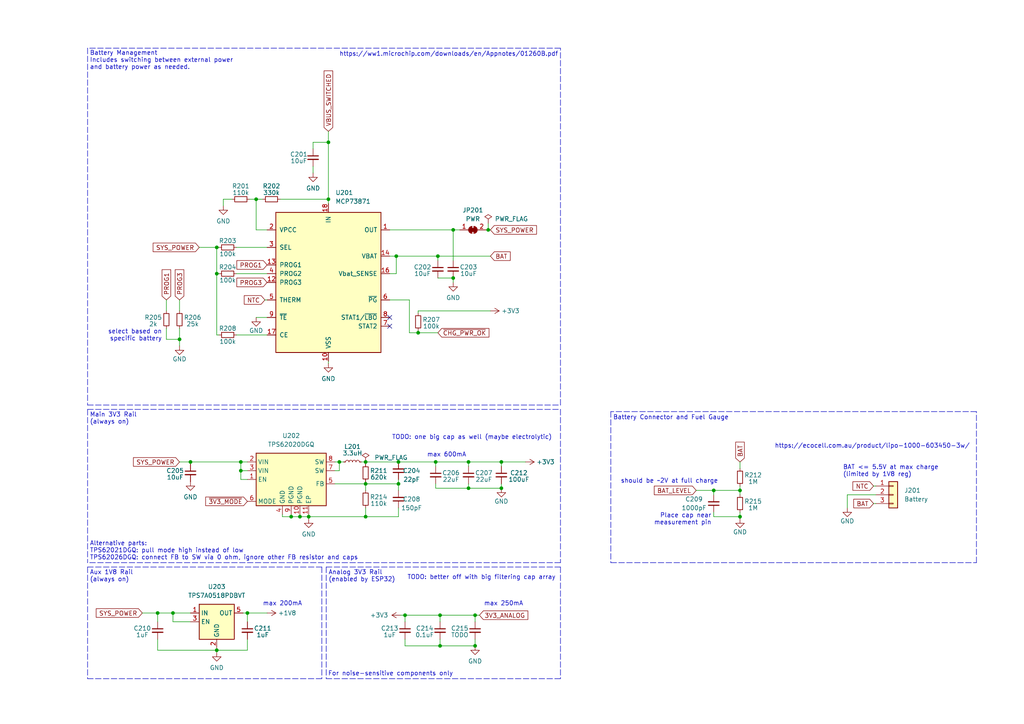
<source format=kicad_sch>
(kicad_sch (version 20211123) (generator eeschema)
  (paper "A4")
  (title_block (date "2022-09-04") (rev "1"))
  (lib_symbols
    (symbol "Battery_Management:MCP73871" (pin_names (offset 1.016))
      (property "Reference" "U" (at -7.62 24.13 0))
      (property "Value" "MCP73871" (at -15.24 21.59 0))
      (symbol "MCP73871_0_1"
        (rectangle (start -15.24 20.32) (end 15.24 -20.32) (stroke (width 0.254)) (fill (type background)))
      )
      (symbol "MCP73871_1_1"
        (pin power_out line (at 17.78 15.24 180) (length 2.54) (name "OUT") (number "1"))
        (pin power_in line (at 0 -22.86 90) (length 2.54) (name "VSS") (number "10"))
        (pin passive line (at 0 -22.86 90) (length 2.54) hide (name "VSS") (number "11"))
        (pin bidirectional line (at -17.78 0 0) (length 2.54) (name "PROG3") (number "12"))
        (pin bidirectional line (at -17.78 5.08 0) (length 2.54) (name "PROG1") (number "13"))
        (pin power_out line (at 17.78 7.62 180) (length 2.54) (name "VBAT") (number "14"))
        (pin passive line (at 17.78 7.62 180) (length 2.54) hide (name "VBAT") (number "15"))
        (pin input line (at 17.78 2.54 180) (length 2.54) (name "Vbat_SENSE") (number "16"))
        (pin input line (at -17.78 -15.24 0) (length 2.54) (name "CE") (number "17"))
        (pin power_in line (at 0 22.86 270) (length 2.54) (name "IN") (number "18"))
        (pin passive line (at 0 22.86 270) (length 2.54) hide (name "IN") (number "19"))
        (pin input line (at -17.78 15.24 0) (length 2.54) (name "VPCC") (number "2"))
        (pin passive line (at 17.78 15.24 180) (length 2.54) hide (name "OUT") (number "20"))
        (pin passive line (at 0 -22.86 90) (length 2.54) hide (name "VSS") (number "21"))
        (pin input line (at -17.78 10.16 0) (length 2.54) (name "SEL") (number "3"))
        (pin input line (at -17.78 2.54 0) (length 2.54) (name "PROG2") (number "4"))
        (pin bidirectional line (at -17.78 -5.08 0) (length 2.54) (name "THERM") (number "5"))
        (pin open_collector line (at 17.78 -5.08 180) (length 2.54) (name "~{PG}") (number "6"))
        (pin open_collector line (at 17.78 -12.7 180) (length 2.54) (name "STAT2") (number "7"))
        (pin open_collector line (at 17.78 -10.16 180) (length 2.54) (name "STAT1/~{LBO}") (number "8"))
        (pin input line (at -17.78 -10.16 0) (length 2.54) (name "~{TE}") (number "9"))
      )
    )
    (symbol "Connector_Generic:Conn_01x03" (pin_names (offset 1.016) hide)
      (property "Reference" "J" (at 0 5.08 0))
      (property "Value" "Conn_01x03" (at 0 -5.08 0))
      (symbol "Conn_01x03_1_1"
        (rectangle (start -1.27 -2.413) (end 0 -2.667) (stroke (width 0.1524)))
        (rectangle (start -1.27 0.127) (end 0 -0.127) (stroke (width 0.1524)))
        (rectangle (start -1.27 2.667) (end 0 2.413) (stroke (width 0.1524)))
        (rectangle (start -1.27 3.81) (end 1.27 -3.81) (stroke (width 0.254)) (fill (type background)))
        (pin passive line (at -5.08 2.54 0) (length 3.81) (name "Pin_1") (number "1"))
        (pin passive line (at -5.08 0 0) (length 3.81) (name "Pin_2") (number "2"))
        (pin passive line (at -5.08 -2.54 0) (length 3.81) (name "Pin_3") (number "3"))
      )
    )
    (symbol "Device:C_Small" (pin_numbers hide) (pin_names (offset 0.254) hide)
      (property "Reference" "C" (at 0.254 1.778 0))
      (property "Value" "C_Small" (at 0.254 -2.032 0))
      (symbol "C_Small_0_1"
        (polyline (pts (xy -1.524 -0.508) (xy 1.524 -0.508)) (stroke (width 0.3302)))
        (polyline (pts (xy -1.524 0.508) (xy 1.524 0.508)) (stroke (width 0.3048)))
      )
      (symbol "C_Small_1_1"
        (pin passive line (at 0 2.54 270) (length 2.032) (name "~") (number "1"))
        (pin passive line (at 0 -2.54 90) (length 2.032) (name "~") (number "2"))
      )
    )
    (symbol "Device:L_Small" (pin_numbers hide) (pin_names (offset 0.254) hide)
      (property "Reference" "L" (at 0.762 1.016 0))
      (property "Value" "L_Small" (at 0.762 -1.016 0))
      (symbol "L_Small_0_1"
        (arc (start 0 -2.032) (mid 0.508 -1.524) (end 0 -1.016))
        (arc (start 0 -1.016) (mid 0.508 -0.508) (end 0 0))
        (arc (start 0 0) (mid 0.508 0.508) (end 0 1.016))
        (arc (start 0 1.016) (mid 0.508 1.524) (end 0 2.032))
      )
      (symbol "L_Small_1_1"
        (pin passive line (at 0 2.54 270) (length 0.508) (name "~") (number "1"))
        (pin passive line (at 0 -2.54 90) (length 0.508) (name "~") (number "2"))
      )
    )
    (symbol "Device:R_Small" (pin_numbers hide) (pin_names (offset 0.254) hide)
      (property "Reference" "R" (at 0.762 0.508 0))
      (property "Value" "R_Small" (at 0.762 -1.016 0))
      (symbol "R_Small_0_1"
        (rectangle (start -0.762 1.778) (end 0.762 -1.778) (stroke (width 0.2032)))
      )
      (symbol "R_Small_1_1"
        (pin passive line (at 0 2.54 270) (length 0.762) (name "~") (number "1"))
        (pin passive line (at 0 -2.54 90) (length 0.762) (name "~") (number "2"))
      )
    )
    (symbol "Jumper:SolderJumper_2_Bridged" (pin_names (offset 0) hide)
      (property "Reference" "JP" (at 0 2.032 0))
      (property "Value" "SolderJumper_2_Bridged" (at 0 -2.54 0))
      (symbol "SolderJumper_2_Bridged_0_1"
        (rectangle (start -0.508 0.508) (end 0.508 -0.508) (fill (type outline)))
        (arc (start -0.254 1.016) (mid -1.27 0) (end -0.254 -1.016))
        (arc (start -0.254 1.016) (mid -1.27 0) (end -0.254 -1.016) (fill (type outline)))
        (polyline (pts (xy -0.254 1.016) (xy -0.254 -1.016)))
        (polyline (pts (xy 0.254 1.016) (xy 0.254 -1.016)))
        (arc (start 0.254 -1.016) (mid 1.27 0) (end 0.254 1.016))
        (arc (start 0.254 -1.016) (mid 1.27 0) (end 0.254 1.016) (fill (type outline)))
      )
      (symbol "SolderJumper_2_Bridged_1_1"
        (pin passive line (at -3.81 0 0) (length 2.54) (name "A") (number "1"))
        (pin passive line (at 3.81 0 180) (length 2.54) (name "B") (number "2"))
      )
    )
    (symbol "Regulator_Linear:TPS7A0518PDBV"
      (property "Reference" "U" (at -3.81 6.35 0))
      (property "Value" "TPS7A0518PDBV" (at 6.35 6.35 0))
      (symbol "TPS7A0518PDBV_0_1"
        (rectangle (start -5.08 -5.08) (end 5.08 5.08) (stroke (width 0.254)) (fill (type background)))
        (pin power_in line (at -7.62 2.54 0) (length 2.54) (name "IN") (number "1"))
        (pin power_in line (at 0 -7.62 90) (length 2.54) (name "GND") (number "2"))
        (pin input line (at -7.62 0 0) (length 2.54) (name "EN") (number "3"))
        (pin no_connect line (at 5.08 0 180) (length 2.54) hide (name "NC") (number "4"))
        (pin power_out line (at 7.62 2.54 180) (length 2.54) (name "OUT") (number "5"))
      )
    )
    (symbol "power:+1V8" (power) (pin_names (offset 0))
      (property "Value" "+1V8" (at 0 3.556 0))
      (symbol "+1V8_0_1"
        (polyline (pts (xy -0.762 1.27) (xy 0 2.54)))
        (polyline (pts (xy 0 0) (xy 0 2.54)))
        (polyline (pts (xy 0 2.54) (xy 0.762 1.27)))
      )
      (symbol "+1V8_1_1"
        (pin power_in line (at 0 0 90) (length 0) hide (name "+1V8") (number "1"))
      )
    )
    (symbol "power:+3V3" (power) (pin_names (offset 0))
      (property "Value" "+3V3" (at 0 3.556 0))
      (symbol "+3V3_0_1"
        (polyline (pts (xy -0.762 1.27) (xy 0 2.54)))
        (polyline (pts (xy 0 0) (xy 0 2.54)))
        (polyline (pts (xy 0 2.54) (xy 0.762 1.27)))
      )
      (symbol "+3V3_1_1"
        (pin power_in line (at 0 0 90) (length 0) hide (name "+3V3") (number "1"))
      )
    )
    (symbol "power:GND" (power) (pin_names (offset 0))
      (property "Value" "GND" (at 0 -3.81 0))
      (symbol "GND_0_1"
        (polyline (pts (xy 0 0) (xy 0 -1.27) (xy 1.27 -1.27) (xy 0 -2.54) (xy -1.27 -1.27) (xy 0 -1.27)))
      )
      (symbol "GND_1_1"
        (pin power_in line (at 0 0 270) (length 0) hide (name "GND") (number "1"))
      )
    )
    (symbol "power:PWR_FLAG" (power) (pin_numbers hide) (pin_names (offset 0) hide)
      (property "Value" "PWR_FLAG" (at 0 3.81 0))
      (symbol "PWR_FLAG_0_0"
        (pin power_out line (at 0 0 90) (length 0) (name "pwr") (number "1"))
      )
      (symbol "PWR_FLAG_0_1"
        (polyline (pts (xy 0 0) (xy 0 1.27) (xy -1.016 1.905) (xy 0 2.54) (xy 1.016 1.905) (xy 0 1.27)))
      )
    )
    (symbol "symbols:TPS62026"
      (property "Reference" "U" (at 0 3.81 0))
      (property "Value" "TPS62026" (at 0 6.35 0))
      (symbol "TPS62026_0_0"
        (pin power_in line (at 2.54 -10.16 90) (length 2.54) (name "PGND") (number "10"))
        (pin power_in line (at 5.08 -10.16 90) (length 2.54) (name "EP") (number "11"))
      )
      (symbol "TPS62026_1_1"
        (rectangle (start -10.16 7.62) (end 10.16 -7.62) (stroke (width 0.254)) (fill (type background)))
        (pin input line (at -12.7 0 0) (length 2.54) (name "EN") (number "1"))
        (pin power_in line (at -12.7 5.08 0) (length 2.54) (name "VIN") (number "2"))
        (pin input line (at -12.7 2.54 0) (length 2.54) (name "VIN") (number "3"))
        (pin input line (at -2.54 -10.16 90) (length 2.54) (name "GND") (number "4"))
        (pin open_collector line (at 12.7 -1.27 180) (length 2.54) (name "FB") (number "5"))
        (pin open_collector line (at -12.7 -6.35 0) (length 2.54) (name "MODE") (number "6"))
        (pin power_out line (at 12.7 2.54 180) (length 2.54) (name "SW") (number "7"))
        (pin power_in line (at 12.7 5.08 180) (length 2.54) (name "SW") (number "8"))
        (pin power_in line (at 0 -10.16 90) (length 2.54) (name "PGND") (number "9"))
      )
    )
  )
  (junction (at 106.045 149.86))
  (junction (at 214.63 142.24))
  (junction (at 135.89 141.605))
  (junction (at 89.535 149.86))
  (junction (at 84.455 149.86))
  (junction (at 145.415 133.985))
  (junction (at 145.415 141.605))
  (junction (at 114.935 74.295))
  (junction (at 121.285 96.52))
  (junction (at 135.89 133.985))
  (junction (at 50.165 177.8))
  (junction (at 106.045 140.335))
  (junction (at 98.425 133.985))
  (junction (at 69.85 133.985))
  (junction (at 115.57 140.335))
  (junction (at 214.63 149.86))
  (junction (at 69.85 136.525))
  (junction (at 207.01 142.24))
  (junction (at 126.365 133.985))
  (junction (at 62.865 79.375))
  (junction (at 55.245 133.985))
  (junction (at 141.605 66.675))
  (junction (at 127 74.295))
  (junction (at 95.25 41.275))
  (junction (at 137.795 178.435))
  (junction (at 86.995 149.86))
  (junction (at 95.25 57.785))
  (junction (at 127.635 187.325))
  (junction (at 127.635 178.435))
  (junction (at 117.475 178.435))
  (junction (at 62.865 71.755))
  (junction (at 45.72 177.8))
  (junction (at 74.295 57.785))
  (junction (at 115.57 133.985))
  (junction (at 62.865 188.595))
  (junction (at 131.445 66.675))
  (junction (at 137.795 187.325))
  (junction (at 71.755 177.8))
  (junction (at 131.445 80.645))
  (junction (at 106.045 133.985))
  (junction (at 52.07 98.425))
  (no_connect (at 113.03 92.075))
  (no_connect (at 113.03 94.615))
  (polyline (pts (xy 162.56 13.97) (xy 25.4 13.97)))
  (wire (pts (xy 126.365 135.255) (xy 126.365 133.985)))
  (wire (pts (xy 115.57 147.32) (xy 115.57 149.86)))
  (wire (pts (xy 207.01 143.51) (xy 207.01 142.24)))
  (wire (pts (xy 131.445 75.565) (xy 131.445 66.675)))
  (polyline (pts (xy 25.4 164.465) (xy 25.4 196.85)))
  (wire (pts (xy 140.97 66.675) (xy 141.605 66.675)))
  (wire (pts (xy 67.31 57.785) (xy 64.77 57.785)))
  (wire (pts (xy 126.365 133.985) (xy 135.89 133.985)))
  (wire (pts (xy 55.245 180.34) (xy 50.165 180.34)))
  (polyline (pts (xy 25.4 118.745) (xy 25.4 163.195)))
  (wire (pts (xy 135.89 140.335) (xy 135.89 141.605)))
  (wire (pts (xy 55.245 133.985) (xy 69.85 133.985)))
  (wire (pts (xy 81.28 57.785) (xy 95.25 57.785)))
  (polyline (pts (xy 162.56 118.745) (xy 162.56 163.195)))
  (wire (pts (xy 86.995 149.86) (xy 89.535 149.86)))
  (wire (pts (xy 201.93 142.24) (xy 207.01 142.24)))
  (wire (pts (xy 118.745 96.52) (xy 121.285 96.52)))
  (wire (pts (xy 214.63 133.985) (xy 214.63 135.89)))
  (wire (pts (xy 74.295 66.675) (xy 74.295 57.785)))
  (wire (pts (xy 117.475 178.435) (xy 127.635 178.435)))
  (wire (pts (xy 106.045 149.86) (xy 89.535 149.86)))
  (wire (pts (xy 137.795 178.435) (xy 139.065 178.435)))
  (wire (pts (xy 52.07 98.425) (xy 52.07 100.33)))
  (wire (pts (xy 62.865 71.755) (xy 63.5 71.755)))
  (wire (pts (xy 62.865 97.155) (xy 62.865 79.375)))
  (wire (pts (xy 77.47 66.675) (xy 74.295 66.675)))
  (wire (pts (xy 127.635 185.42) (xy 127.635 187.325)))
  (wire (pts (xy 77.47 177.8) (xy 71.755 177.8)))
  (wire (pts (xy 71.755 139.065) (xy 69.85 139.065)))
  (wire (pts (xy 117.475 187.325) (xy 127.635 187.325)))
  (polyline (pts (xy 94.615 164.465) (xy 162.56 164.465)))
  (wire (pts (xy 135.89 133.985) (xy 145.415 133.985)))
  (wire (pts (xy 52.07 95.25) (xy 52.07 98.425)))
  (wire (pts (xy 69.85 133.985) (xy 71.755 133.985)))
  (wire (pts (xy 253.365 140.97) (xy 254 140.97)))
  (wire (pts (xy 254 143.51) (xy 245.745 143.51)))
  (wire (pts (xy 71.755 185.42) (xy 71.755 188.595)))
  (wire (pts (xy 62.865 189.23) (xy 62.865 188.595)))
  (wire (pts (xy 106.045 133.985) (xy 115.57 133.985)))
  (wire (pts (xy 114.935 74.295) (xy 127 74.295)))
  (wire (pts (xy 55.245 133.985) (xy 55.245 134.62)))
  (wire (pts (xy 77.47 97.155) (xy 68.58 97.155)))
  (wire (pts (xy 115.57 139.065) (xy 115.57 140.335)))
  (wire (pts (xy 214.63 150.495) (xy 214.63 149.86)))
  (wire (pts (xy 74.295 92.075) (xy 77.47 92.075)))
  (wire (pts (xy 214.63 149.86) (xy 214.63 148.59)))
  (wire (pts (xy 135.89 133.985) (xy 135.89 135.255)))
  (wire (pts (xy 141.605 64.77) (xy 141.605 66.675)))
  (polyline (pts (xy 25.4 117.475) (xy 162.56 117.475)))
  (polyline (pts (xy 94.615 164.465) (xy 94.615 196.85)))
  (wire (pts (xy 106.045 134.62) (xy 106.045 133.985)))
  (wire (pts (xy 95.25 105.41) (xy 95.25 104.775)))
  (wire (pts (xy 127 74.295) (xy 127 75.565)))
  (polyline (pts (xy 283.21 163.195) (xy 283.21 119.38)))
  (wire (pts (xy 57.785 71.755) (xy 62.865 71.755)))
  (polyline (pts (xy 177.165 163.195) (xy 283.21 163.195)))
  (wire (pts (xy 115.57 140.335) (xy 106.045 140.335)))
  (polyline (pts (xy 25.4 13.97) (xy 25.4 117.475)))
  (wire (pts (xy 81.915 149.86) (xy 84.455 149.86)))
  (wire (pts (xy 117.475 180.34) (xy 117.475 178.435)))
  (wire (pts (xy 76.835 86.995) (xy 77.47 86.995)))
  (wire (pts (xy 86.995 149.225) (xy 86.995 149.86)))
  (wire (pts (xy 131.445 66.675) (xy 133.35 66.675)))
  (wire (pts (xy 89.535 149.86) (xy 89.535 150.495)))
  (wire (pts (xy 50.165 177.8) (xy 55.245 177.8)))
  (wire (pts (xy 69.85 136.525) (xy 69.85 139.065)))
  (wire (pts (xy 50.165 180.34) (xy 50.165 177.8)))
  (wire (pts (xy 121.285 96.52) (xy 127 96.52)))
  (polyline (pts (xy 93.345 164.465) (xy 93.345 196.85)))
  (wire (pts (xy 131.445 81.915) (xy 131.445 80.645)))
  (wire (pts (xy 116.205 178.435) (xy 117.475 178.435)))
  (wire (pts (xy 64.77 57.785) (xy 64.77 59.69)))
  (wire (pts (xy 95.25 41.275) (xy 95.25 57.785)))
  (wire (pts (xy 106.045 147.32) (xy 106.045 149.86)))
  (wire (pts (xy 113.03 86.995) (xy 118.745 86.995)))
  (wire (pts (xy 98.425 133.985) (xy 97.155 133.985)))
  (wire (pts (xy 71.755 188.595) (xy 62.865 188.595)))
  (wire (pts (xy 90.805 43.18) (xy 90.805 41.275)))
  (wire (pts (xy 98.425 136.525) (xy 98.425 133.985)))
  (wire (pts (xy 114.935 79.375) (xy 114.935 74.295)))
  (wire (pts (xy 118.745 86.995) (xy 118.745 96.52)))
  (polyline (pts (xy 162.56 163.195) (xy 25.4 163.195)))
  (wire (pts (xy 52.07 86.995) (xy 52.07 90.17)))
  (wire (pts (xy 245.745 143.51) (xy 245.745 147.32)))
  (wire (pts (xy 126.365 141.605) (xy 126.365 140.335)))
  (wire (pts (xy 68.58 79.375) (xy 77.47 79.375)))
  (wire (pts (xy 41.275 177.8) (xy 45.72 177.8)))
  (wire (pts (xy 126.365 141.605) (xy 135.89 141.605)))
  (polyline (pts (xy 177.165 119.38) (xy 177.165 163.195)))
  (wire (pts (xy 45.72 177.8) (xy 50.165 177.8)))
  (wire (pts (xy 207.01 149.86) (xy 214.63 149.86)))
  (wire (pts (xy 99.695 133.985) (xy 98.425 133.985)))
  (polyline (pts (xy 162.56 164.465) (xy 162.56 196.85)))
  (wire (pts (xy 95.25 57.785) (xy 95.25 59.055)))
  (wire (pts (xy 84.455 149.86) (xy 86.995 149.86)))
  (wire (pts (xy 214.63 142.24) (xy 214.63 140.97)))
  (wire (pts (xy 127.635 178.435) (xy 127.635 180.34)))
  (wire (pts (xy 71.755 136.525) (xy 69.85 136.525)))
  (wire (pts (xy 45.72 180.34) (xy 45.72 177.8)))
  (wire (pts (xy 145.415 133.985) (xy 152.4 133.985)))
  (wire (pts (xy 127.635 178.435) (xy 137.795 178.435)))
  (wire (pts (xy 45.72 185.42) (xy 45.72 188.595)))
  (wire (pts (xy 113.03 79.375) (xy 114.935 79.375)))
  (wire (pts (xy 48.26 95.25) (xy 48.26 98.425)))
  (wire (pts (xy 90.805 41.275) (xy 95.25 41.275)))
  (wire (pts (xy 74.295 57.785) (xy 76.2 57.785)))
  (wire (pts (xy 214.63 143.51) (xy 214.63 142.24)))
  (polyline (pts (xy 162.56 196.85) (xy 94.615 196.85)))
  (polyline (pts (xy 162.56 117.475) (xy 162.56 13.97)))
  (wire (pts (xy 90.805 48.26) (xy 90.805 50.165)))
  (polyline (pts (xy 283.21 119.38) (xy 177.165 119.38)))
  (wire (pts (xy 127.635 187.325) (xy 137.795 187.325)))
  (wire (pts (xy 71.755 180.34) (xy 71.755 177.8)))
  (wire (pts (xy 127 74.295) (xy 142.24 74.295)))
  (wire (pts (xy 89.535 149.225) (xy 89.535 149.86)))
  (wire (pts (xy 84.455 149.225) (xy 84.455 149.86)))
  (polyline (pts (xy 93.345 196.85) (xy 25.4 196.85)))
  (wire (pts (xy 97.155 140.335) (xy 106.045 140.335)))
  (wire (pts (xy 115.57 133.985) (xy 126.365 133.985)))
  (wire (pts (xy 106.045 140.335) (xy 106.045 142.24)))
  (wire (pts (xy 253.365 146.05) (xy 254 146.05)))
  (wire (pts (xy 81.915 149.225) (xy 81.915 149.86)))
  (wire (pts (xy 63.5 79.375) (xy 62.865 79.375)))
  (wire (pts (xy 115.57 140.335) (xy 115.57 142.24)))
  (wire (pts (xy 113.03 66.675) (xy 131.445 66.675)))
  (wire (pts (xy 48.26 98.425) (xy 52.07 98.425)))
  (wire (pts (xy 106.045 133.985) (xy 104.775 133.985)))
  (wire (pts (xy 45.72 188.595) (xy 62.865 188.595)))
  (polyline (pts (xy 25.4 164.465) (xy 93.345 164.465)))
  (wire (pts (xy 106.045 140.335) (xy 106.045 139.7)))
  (wire (pts (xy 69.85 136.525) (xy 69.85 133.985)))
  (wire (pts (xy 145.415 140.335) (xy 145.415 141.605)))
  (wire (pts (xy 63.5 97.155) (xy 62.865 97.155)))
  (wire (pts (xy 137.795 178.435) (xy 137.795 180.34)))
  (wire (pts (xy 115.57 149.86) (xy 106.045 149.86)))
  (wire (pts (xy 121.285 90.17) (xy 142.24 90.17)))
  (wire (pts (xy 121.285 95.885) (xy 121.285 96.52)))
  (wire (pts (xy 127 80.645) (xy 131.445 80.645)))
  (wire (pts (xy 62.865 188.595) (xy 62.865 187.96)))
  (wire (pts (xy 141.605 66.675) (xy 142.24 66.675)))
  (wire (pts (xy 97.155 136.525) (xy 98.425 136.525)))
  (wire (pts (xy 68.58 71.755) (xy 77.47 71.755)))
  (wire (pts (xy 95.25 38.1) (xy 95.25 41.275)))
  (wire (pts (xy 207.01 148.59) (xy 207.01 149.86)))
  (polyline (pts (xy 25.4 118.745) (xy 162.56 118.745)))
  (wire (pts (xy 48.26 86.995) (xy 48.26 90.17)))
  (wire (pts (xy 72.39 57.785) (xy 74.295 57.785)))
  (wire (pts (xy 117.475 185.42) (xy 117.475 187.325)))
  (wire (pts (xy 145.415 133.985) (xy 145.415 135.255)))
  (wire (pts (xy 207.01 142.24) (xy 214.63 142.24)))
  (wire (pts (xy 135.89 141.605) (xy 145.415 141.605)))
  (wire (pts (xy 62.865 71.755) (xy 62.865 79.375)))
  (wire (pts (xy 137.795 185.42) (xy 137.795 187.325)))
  (wire (pts (xy 71.755 177.8) (xy 70.485 177.8)))
  (wire (pts (xy 113.03 74.295) (xy 114.935 74.295)))
  (wire (pts (xy 121.285 90.17) (xy 121.285 90.805)))
  (wire (pts (xy 52.07 133.985) (xy 55.245 133.985)))
  (text "Place cap near\nmeasurement pin" (at 206.375 152.4 180) (effects (font (size 1.27 1.27)) (justify right bottom)))
  (text "TODO: one big cap as well (maybe electrolytic)" (at 113.665 127.635 0) (effects (font (size 1.27 1.27)) (justify left bottom)))
  (text "https://ecocell.com.au/product/lipo-1000-603450-3w/" (at 281.305 130.175 0) (effects (font (size 1.27 1.27)) (justify right bottom)))
  (text "Aux 1V8 Rail\n(always on)" (at 26.035 168.91 0) (effects (font (size 1.27 1.27)) (justify left bottom)))
  (text "max 600mA" (at 123.825 132.715 0) (effects (font (size 1.27 1.27)) (justify left bottom)))
  (text "https://ww1.microchip.com/downloads/en/Appnotes/01260B.pdf" (at 161.925 16.51 0) (effects (font (size 1.27 1.27)) (justify right bottom)))
  (text "TODO: better off with big filtering cap array" (at 118.11 168.275 0) (effects (font (size 1.27 1.27)) (justify left bottom)))
  (text "Battery Connector and Fuel Gauge" (at 177.8 121.92 0) (effects (font (size 1.27 1.27)) (justify left bottom)))
  (text "Main 3V3 Rail\n(always on)" (at 26.035 123.19 0) (effects (font (size 1.27 1.27)) (justify left bottom)))
  (text "max 250mA" (at 140.335 175.895 0) (effects (font (size 1.27 1.27)) (justify left bottom)))
  (text "should be ~2V at full charge" (at 208.28 140.335 180) (effects (font (size 1.27 1.27)) (justify right bottom)))
  (text "Battery Management\nIncludes switching between external power\nand battery power as needed." (at 26.035 20.32 0) (effects (font (size 1.27 1.27)) (justify left bottom)))
  (text "max 200mA" (at 76.2 175.895 0) (effects (font (size 1.27 1.27)) (justify left bottom)))
  (text "For noise-sensitive components only" (at 131.445 196.215 180) (effects (font (size 1.27 1.27)) (justify right bottom)))
  (text "select based on\nspecific battery" (at 46.99 99.06 180) (effects (font (size 1.27 1.27)) (justify right bottom)))
  (text "Analog 3V3 Rail\n(enabled by ESP32)" (at 95.25 168.91 0) (effects (font (size 1.27 1.27)) (justify left bottom)))
  (text "Alternative parts:\nTPS62021DGQ: pull mode high instead of low\nTPS62026DGQ: connect FB to SW via 0 ohm, ignore other FB resistor and caps" (at 26.035 162.56 0) (effects (font (size 1.27 1.27)) (justify left bottom)))
  (text "BAT <= 5.5V at max charge\n(limited by 1V8 reg)" (at 244.475 138.43 0) (effects (font (size 1.27 1.27)) (justify left bottom)))
  (global_label "~{3V3_MODE}" (shape input) (at 71.755 145.415 180) (property "Intersheet References" "${INTERSHEET_REFS}" (effects hide)))
  (global_label "~{CHG_PWR_OK}" (shape input) (at 127 96.52 0) (property "Intersheet References" "${INTERSHEET_REFS}" (effects hide)))
  (global_label "BAT" (shape input) (at 253.365 146.05 180) (property "Intersheet References" "${INTERSHEET_REFS}" (effects hide)))
  (global_label "PROG3" (shape input) (at 52.07 86.995 90) (property "Intersheet References" "${INTERSHEET_REFS}" (effects hide)))
  (global_label "SYS_POWER" (shape input) (at 142.24 66.675 0) (property "Intersheet References" "${INTERSHEET_REFS}" (effects hide)))
  (global_label "PROG3" (shape input) (at 77.47 81.915 180) (property "Intersheet References" "${INTERSHEET_REFS}" (effects hide)))
  (global_label "PROG1" (shape input) (at 48.26 86.995 90) (property "Intersheet References" "${INTERSHEET_REFS}" (effects hide)))
  (global_label "SYS_POWER" (shape input) (at 52.07 133.985 180) (property "Intersheet References" "${INTERSHEET_REFS}" (effects hide)))
  (global_label "NTC" (shape input) (at 76.835 86.995 180) (property "Intersheet References" "${INTERSHEET_REFS}" (effects hide)))
  (global_label "BAT" (shape input) (at 214.63 133.985 90) (property "Intersheet References" "${INTERSHEET_REFS}" (effects hide)))
  (global_label "3V3_ANALOG" (shape input) (at 139.065 178.435 0) (property "Intersheet References" "${INTERSHEET_REFS}" (effects hide)))
  (global_label "VBUS_SWITCHED" (shape input) (at 95.25 38.1 90) (property "Intersheet References" "${INTERSHEET_REFS}" (effects hide)))
  (global_label "SYS_POWER" (shape input) (at 41.275 177.8 180) (property "Intersheet References" "${INTERSHEET_REFS}" (effects hide)))
  (global_label "SYS_POWER" (shape input) (at 57.785 71.755 180) (property "Intersheet References" "${INTERSHEET_REFS}" (effects hide)))
  (global_label "BAT" (shape input) (at 142.24 74.295 0) (property "Intersheet References" "${INTERSHEET_REFS}" (effects hide)))
  (global_label "PROG1" (shape input) (at 77.47 76.835 180) (property "Intersheet References" "${INTERSHEET_REFS}" (effects hide)))
  (global_label "BAT_LEVEL" (shape input) (at 201.93 142.24 180) (property "Intersheet References" "${INTERSHEET_REFS}" (effects hide)))
  (global_label "NTC" (shape input) (at 253.365 140.97 180) (property "Intersheet References" "${INTERSHEET_REFS}" (effects hide)))
  (symbol (lib_id "Device:R_Small") (at 66.04 71.755 90) (unit 1)
    (property "Reference" "R203" (at 66.04 69.85 90))
    (property "Value" "100k" (at 66.04 73.66 90))
    (property "Footprint" "Resistor_SMD:R_0603_1608Metric" (effects hide))
    (property "PN" "RC0603JR-10100KL" (effects hide))
  )
  (symbol (lib_id "Device:C_Small") (at 45.72 182.88 0) (unit 1)
    (property "Reference" "C210" (at 41.275 182.245 0))
    (property "Value" "1uF" (at 41.275 184.15 0))
    (property "Footprint" "Capacitor_SMD:C_0805_2012Metric" (effects hide))
    (property "PN" "EMK212BJ105KG-T" (effects hide))
  )
  (symbol (lib_id "Device:R_Small") (at 214.63 146.05 0) (unit 1)
    (property "Reference" "R215" (at 218.44 145.415 0))
    (property "Value" "1M" (at 218.44 147.32 0))
    (property "Footprint" "Resistor_SMD:R_0603_1608Metric" (effects hide))
    (property "PN" "AC0603FR-131ML" (effects hide))
  )
  (symbol (lib_id "Device:C_Small") (at 126.365 137.795 0) (unit 1)
    (property "Reference" "C206" (at 130.81 137.16 0))
    (property "Value" "22uF" (at 130.81 139.065 0))
    (property "Footprint" "Capacitor_SMD:C_1206_3216Metric" (effects hide))
    (property "PN" "CL31A226MOCLNNC" (effects hide))
  )
  (symbol (lib_id "power:+3V3") (at 152.4 133.985 270) (unit 1)
    (property "Reference" "#PWR0207" (effects hide))
    (property "Value" "+3V3" (at 155.575 133.9849 90) (effects (justify left)))
  )
  (symbol (lib_id "Regulator_Linear:TPS7A0518PDBV") (at 62.865 180.34 0) (unit 1)
    (property "Reference" "U203" (at 62.865 170.18 0))
    (property "Value" "TPS7A0518PDBVT" (at 62.865 172.72 0))
    (property "Footprint" "Package_TO_SOT_SMD:SOT-23-5" (effects hide))
    (property "Datasheet" "https://www.ti.com/lit/ds/symlink/tps7a05.pdf" (effects hide))
    (property "PN" "TPS7A0518PDBVT" (effects hide))
  )
  (symbol (lib_id "Device:C_Small") (at 55.245 137.16 0) (unit 1)
    (property "Reference" "C205" (at 50.8 136.525 0))
    (property "Value" "10uF" (at 50.8 138.43 0))
    (property "Footprint" "Capacitor_SMD:C_0805_2012Metric" (effects hide))
    (property "PN" "EMK212ABJ106KG-T" (effects hide))
  )
  (symbol (lib_id "Device:R_Small") (at 66.04 97.155 90) (unit 1)
    (property "Reference" "R208" (at 66.04 95.25 90))
    (property "Value" "100k" (at 66.04 99.06 90))
    (property "Footprint" "Resistor_SMD:R_0603_1608Metric" (effects hide))
    (property "PN" "RC0603JR-10100KL" (effects hide))
  )
  (symbol (lib_id "Device:C_Small") (at 137.795 182.88 0) (unit 1)
    (property "Reference" "C215" (at 133.35 182.245 0))
    (property "Value" "TODO" (at 133.35 184.15 0))
    (property "Footprint" "Capacitor_SMD:C_0805_2012Metric" (effects hide))
  )
  (symbol (lib_id "Device:C_Small") (at 71.755 182.88 0) (mirror y) (unit 1)
    (property "Reference" "C211" (at 76.2 182.245 0))
    (property "Value" "1uF" (at 76.2 184.15 0))
    (property "Footprint" "Capacitor_SMD:C_0805_2012Metric" (effects hide))
    (property "PN" "EMK212BJ105KG-T" (effects hide))
  )
  (symbol (lib_id "power:GND") (at 62.865 189.23 0) (unit 1)
    (property "Reference" "#PWR0216" (effects hide))
    (property "Value" "GND" (at 62.865 193.675 0))
  )
  (symbol (lib_id "Device:R_Small") (at 121.285 93.345 0) (unit 1)
    (property "Reference" "R207" (at 125.095 92.71 0))
    (property "Value" "100k" (at 125.095 94.615 0))
    (property "Footprint" "Resistor_SMD:R_0603_1608Metric" (effects hide))
    (property "PN" "RC0603JR-10100KL" (effects hide))
  )
  (symbol (lib_id "power:PWR_FLAG") (at 106.045 133.985 0) (unit 1)
    (property "Reference" "#FLG0102" (effects hide))
    (property "Value" "PWR_FLAG" (at 108.585 132.7149 0) (effects (justify left)))
  )
  (symbol (lib_id "power:GND") (at 89.535 150.495 0) (unit 1)
    (property "Reference" "#PWR0212" (effects hide))
    (property "Value" "GND" (at 89.535 154.94 0))
  )
  (symbol (lib_id "power:GND") (at 245.745 147.32 0) (unit 1)
    (property "Reference" "#PWR0211" (effects hide))
    (property "Value" "GND" (at 245.745 151.13 0))
  )
  (symbol (lib_id "Device:C_Small") (at 127 78.105 0) (unit 1)
    (property "Reference" "C202" (at 122.555 77.47 0))
    (property "Value" "10uF" (at 122.555 79.375 0))
    (property "Footprint" "Capacitor_SMD:C_0805_2012Metric" (effects hide))
    (property "PN" "EMK212ABJ106KG-T" (effects hide))
  )
  (symbol (lib_id "Battery_Management:MCP73871") (at 95.25 81.915 0) (unit 1)
    (property "Reference" "U201" (at 97.2694 55.88 0) (effects (justify left)))
    (property "Value" "MCP73871" (at 97.2694 58.42 0) (effects (justify left)))
    (property "Footprint" "Package_DFN_QFN:QFN-20-1EP_4x4mm_P0.5mm_EP2.5x2.5mm" (effects hide))
    (property "Datasheet" "http://www.mouser.com/ds/2/268/22090a-52174.pdf" (effects hide))
    (property "PN" "MCP73871" (effects hide))
  )
  (symbol (lib_id "power:GND") (at 74.295 92.075 0) (unit 1)
    (property "Reference" "#PWR0204" (effects hide))
    (property "Value" "GND" (at 74.295 95.885 0))
  )
  (symbol (lib_id "Device:R_Small") (at 214.63 138.43 0) (unit 1)
    (property "Reference" "R212" (at 218.44 137.795 0))
    (property "Value" "1M" (at 218.44 139.7 0))
    (property "Footprint" "Resistor_SMD:R_0603_1608Metric" (effects hide))
    (property "PN" "AC0603FR-131ML" (effects hide))
  )
  (symbol (lib_id "Device:C_Small") (at 207.01 146.05 180) (unit 1)
    (property "Reference" "C209" (at 201.295 144.78 0))
    (property "Value" "1000pF" (at 201.295 147.32 0))
    (property "Footprint" "Capacitor_SMD:C_0805_2012Metric" (effects hide))
    (property "PN" "0805YD102KAT2A" (effects hide))
  )
  (symbol (lib_id "Device:C_Small") (at 115.57 136.525 180) (unit 1)
    (property "Reference" "C204" (at 119.38 136.525 0))
    (property "Value" "22pF" (at 119.38 139.065 0))
    (property "Footprint" "Capacitor_SMD:C_0805_2012Metric" (effects hide))
    (property "PN" "C0805C220J4HACTU" (effects hide))
  )
  (symbol (lib_id "Device:R_Small") (at 48.26 92.71 0) (mirror y) (unit 1)
    (property "Reference" "R205" (at 44.45 92.075 0))
    (property "Value" "2k" (at 44.45 93.98 0))
    (property "Footprint" "Resistor_SMD:R_0603_1608Metric" (effects hide))
    (property "PN" "AR0603JR-072KL" (effects hide))
  )
  (symbol (lib_id "Device:C_Small") (at 131.445 78.105 0) (unit 1)
    (property "Reference" "C203" (at 135.89 77.47 0))
    (property "Value" "10uF" (at 135.89 79.375 0))
    (property "Footprint" "Capacitor_SMD:C_0805_2012Metric" (effects hide))
    (property "PN" "EMK212ABJ106KG-T" (effects hide))
  )
  (symbol (lib_id "Device:C_Small") (at 145.415 137.795 0) (unit 1)
    (property "Reference" "C212" (at 150.495 137.16 0))
    (property "Value" "100uF" (at 150.495 139.065 0))
    (property "Footprint" "Capacitor_SMD:C_1206_3216Metric" (effects hide))
  )
  (symbol (lib_id "symbols:TPS62026") (at 84.455 139.065 0) (unit 1)
    (property "Reference" "U202" (at 84.455 126.365 0))
    (property "Value" "TPS62020DGQ" (at 84.455 128.905 0))
    (property "Footprint" "Package_SO:MSOP-10-1EP_3x3mm_P0.5mm_EP1.68x1.88mm_ThermalVias" (effects hide))
    (property "PN" "TPS62020DGQ" (effects hide))
  )
  (symbol (lib_id "Device:C_Small") (at 90.805 45.72 0) (unit 1)
    (property "Reference" "C201" (at 86.6775 44.7675 0))
    (property "Value" "10uF" (at 86.6775 46.6725 0))
    (property "Footprint" "Capacitor_SMD:C_0805_2012Metric" (effects hide))
    (property "PN" "EMK212ABJ106KG-T" (effects hide))
  )
  (symbol (lib_id "power:PWR_FLAG") (at 141.605 64.77 0) (unit 1)
    (property "Reference" "#FLG0201" (effects hide))
    (property "Value" "PWR_FLAG" (at 143.51 63.4999 0) (effects (justify left)))
  )
  (symbol (lib_id "Device:R_Small") (at 66.04 79.375 90) (unit 1)
    (property "Reference" "R204" (at 66.04 77.47 90))
    (property "Value" "100k" (at 66.04 81.28 90))
    (property "Footprint" "Resistor_SMD:R_0603_1608Metric" (effects hide))
    (property "PN" "RC0603JR-10100KL" (effects hide))
  )
  (symbol (lib_id "Device:R_Small") (at 69.85 57.785 90) (unit 1)
    (property "Reference" "R201" (at 69.85 53.975 90))
    (property "Value" "110k" (at 69.85 55.88 90))
    (property "Footprint" "Resistor_SMD:R_0603_1608Metric" (effects hide))
    (property "PN" "AC0603FR-07110KL" (effects hide))
  )
  (symbol (lib_id "Device:C_Small") (at 135.89 137.795 0) (unit 1)
    (property "Reference" "C207" (at 140.335 137.16 0))
    (property "Value" "22uF" (at 140.335 139.065 0))
    (property "Footprint" "Capacitor_SMD:C_1206_3216Metric" (effects hide))
    (property "PN" "CL31A226MOCLNNC" (effects hide))
  )
  (symbol (lib_id "Device:L_Small") (at 102.235 133.985 90) (unit 1)
    (property "Reference" "L201" (at 102.235 129.54 90))
    (property "Value" "3.3uH" (at 102.235 131.445 90))
    (property "Footprint" "Inductor_SMD:L_Wuerth_MAPI-3012" (effects hide))
    (property "PN" "NRH3012T3R3MN" (effects hide))
  )
  (symbol (lib_id "power:+1V8") (at 77.47 177.8 270) (unit 1)
    (property "Reference" "#PWR0214" (effects hide))
    (property "Value" "+1V8" (at 80.645 177.7999 90) (effects (justify left)))
  )
  (symbol (lib_id "power:GND") (at 52.07 100.33 0) (unit 1)
    (property "Reference" "#PWR0205" (effects hide))
    (property "Value" "GND" (at 52.07 104.14 0))
  )
  (symbol (lib_id "Device:C_Small") (at 127.635 182.88 0) (unit 1)
    (property "Reference" "C214" (at 123.19 182.245 0))
    (property "Value" "0.1uF" (at 123.19 184.15 0))
    (property "Footprint" "Capacitor_SMD:C_0805_2012Metric" (effects hide))
  )
  (symbol (lib_id "power:GND") (at 131.445 81.915 0) (unit 1)
    (property "Reference" "#PWR0203" (effects hide))
    (property "Value" "GND" (at 131.445 86.36 0))
  )
  (symbol (lib_id "power:+3V3") (at 116.205 178.435 90) (unit 1)
    (property "Reference" "#PWR0215" (effects hide))
    (property "Value" "+3V3" (at 107.315 178.435 90) (effects (justify right)))
  )
  (symbol (lib_id "Device:R_Small") (at 78.74 57.785 90) (unit 1)
    (property "Reference" "R202" (at 78.74 53.975 90))
    (property "Value" "330k" (at 78.74 55.88 90))
    (property "Footprint" "Resistor_SMD:R_0603_1608Metric" (effects hide))
    (property "PN" "RT0603FRE07330KL" (effects hide))
  )
  (symbol (lib_id "Device:C_Small") (at 117.475 182.88 0) (unit 1)
    (property "Reference" "C213" (at 113.03 182.245 0))
    (property "Value" "1uF" (at 113.03 184.15 0))
    (property "Footprint" "Capacitor_SMD:C_0805_2012Metric" (effects hide))
    (property "PN" "EMK212BJ105KG-T" (effects hide))
  )
  (symbol (lib_id "power:GND") (at 64.77 59.69 0) (unit 1)
    (property "Reference" "#PWR0202" (effects hide))
    (property "Value" "GND" (at 64.77 64.135 0))
  )
  (symbol (lib_id "power:GND") (at 145.415 141.605 0) (unit 1)
    (property "Reference" "#PWR0209" (effects hide))
    (property "Value" "GND" (at 145.415 145.415 0))
  )
  (symbol (lib_id "Jumper:SolderJumper_2_Bridged") (at 137.16 66.675 0) (unit 1) (in_bom no)
    (property "Reference" "JP201" (at 137.16 60.96 0))
    (property "Value" "PWR" (at 137.16 63.5 0))
    (property "Footprint" "Jumper:SolderJumper-2_P1.3mm_Bridged_RoundedPad1.0x1.5mm" (effects hide))
  )
  (symbol (lib_id "power:GND") (at 137.795 187.325 0) (unit 1)
    (property "Reference" "#PWR0217" (effects hide))
    (property "Value" "GND" (at 137.795 191.77 0))
  )
  (symbol (lib_id "Device:R_Small") (at 106.045 144.78 0) (unit 1)
    (property "Reference" "R214" (at 109.855 144.145 0))
    (property "Value" "110k" (at 109.855 146.05 0))
    (property "Footprint" "Resistor_SMD:R_0603_1608Metric" (effects hide))
    (property "PN" "AC0603FR-07110KL" (effects hide))
  )
  (symbol (lib_id "Device:C_Small") (at 115.57 144.78 180) (unit 1)
    (property "Reference" "C208" (at 119.38 144.78 0))
    (property "Value" "150pF" (at 119.38 147.32 0))
    (property "Footprint" "Capacitor_SMD:C_0805_2012Metric" (effects hide))
    (property "PN" "885012207028" (effects hide))
  )
  (symbol (lib_id "power:GND") (at 214.63 150.495 0) (unit 1)
    (property "Reference" "#PWR0213" (effects hide))
    (property "Value" "GND" (at 214.63 154.305 0))
  )
  (symbol (lib_id "Device:R_Small") (at 106.045 137.16 0) (unit 1)
    (property "Reference" "R211" (at 109.855 136.525 0))
    (property "Value" "620k" (at 109.855 138.43 0))
    (property "Footprint" "Resistor_SMD:R_0603_1608Metric" (effects hide))
    (property "PN" "AC0603FR-07620KL" (effects hide))
  )
  (symbol (lib_id "power:+3V3") (at 142.24 90.17 270) (unit 1)
    (property "Reference" "#PWR0121" (effects hide))
    (property "Value" "+3V3" (at 145.415 90.1699 90) (effects (justify left)))
  )
  (symbol (lib_id "power:GND") (at 95.25 105.41 0) (unit 1)
    (property "Reference" "#PWR0206" (effects hide))
    (property "Value" "GND" (at 95.25 109.855 0))
  )
  (symbol (lib_id "power:GND") (at 90.805 50.165 0) (unit 1)
    (property "Reference" "#PWR0201" (effects hide))
    (property "Value" "GND" (at 90.805 54.61 0))
  )
  (symbol (lib_id "Connector_Generic:Conn_01x03") (at 259.08 143.51 0) (unit 1)
    (property "Reference" "J201" (at 262.255 142.2399 0) (effects (justify left)))
    (property "Value" "Battery" (at 262.255 144.7799 0) (effects (justify left)))
    (property "Footprint" "Connector_JST:JST_PH_B3B-PH-K_1x03_P2.00mm_Vertical" (effects hide))
    (property "PN" "0530470310" (effects hide))
  )
  (symbol (lib_id "Device:R_Small") (at 52.07 92.71 0) (unit 1)
    (property "Reference" "R206" (at 55.88 92.075 0))
    (property "Value" "25k" (at 55.88 93.98 0))
    (property "Footprint" "Resistor_SMD:R_0603_1608Metric" (effects hide))
    (property "PN" "AR0603JR-0724KL" (effects hide))
  )
  (symbol (lib_id "power:GND") (at 55.245 139.7 0) (unit 1)
    (property "Reference" "#PWR0208" (effects hide))
    (property "Value" "GND" (at 55.245 144.145 0))
  )
)
</source>
